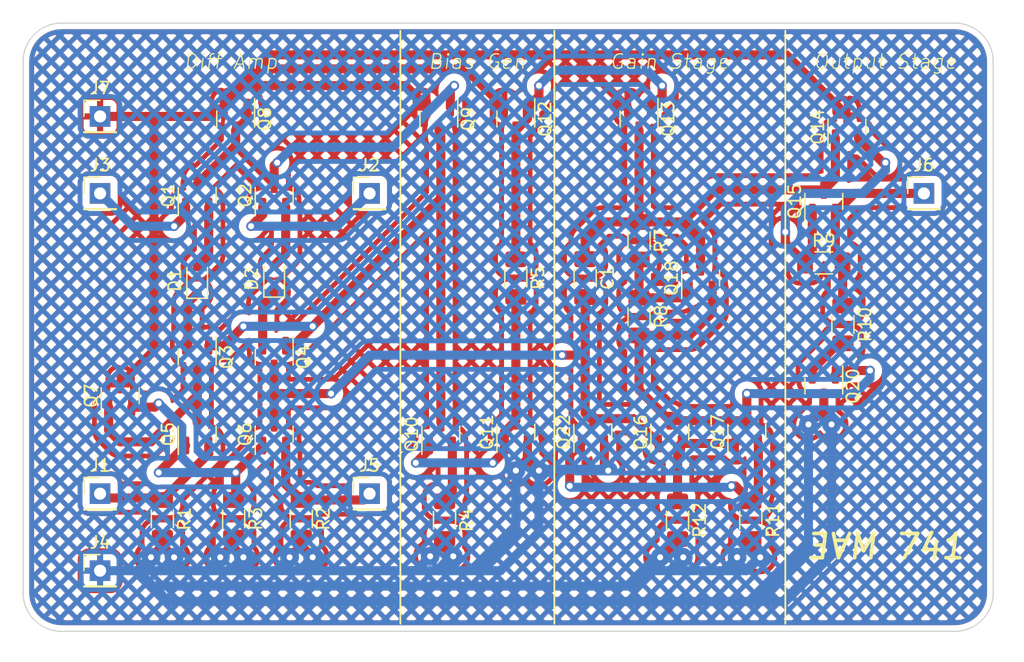
<source format=kicad_pcb>
(kicad_pcb (version 20211014) (generator pcbnew)
  (layers (0 "F.Cu" signal) (31 "B.Cu" signal) (34 "B.Paste" user) (35 "F.Paste" user) (36 "B.SilkS" user "B.Silkscreen") (37 "F.SilkS" user "F.Silkscreen") (38 "B.Mask" user) (39 "F.Mask" user) (44 "Edge.Cuts" user))
  (net 0 "")
  (net 1 "Net-(C1-Pad1)")
  (net 2 "Net-(C1-Pad2)")
  (net 3 "Net-(D1-Pad1)")
  (net 4 "Net-(D1-Pad2)")
  (net 5 "Net-(D2-Pad1)")
  (net 6 "Net-(D2-Pad2)")
  (net 7 "Net-(J1-Pad1)")
  (net 8 "vout")
  (net 9 "vin_sine")
  (net 10 "VEE")
  (net 11 "Net-(J5-Pad1)")
  (net 12 "VCC")
  (net 13 "Net-(Q1-Pad3)")
  (net 14 "Net-(Q10-Pad3)")
  (net 15 "Net-(Q3-Pad3)")
  (net 16 "Net-(Q5-Pad1)")
  (net 17 "Net-(Q10-Pad1)")
  (net 18 "Net-(Q10-Pad2)")
  (net 19 "Net-(Q12-Pad1)")
  (net 20 "Net-(Q14-Pad2)")
  (net 21 "Net-(Q16-Pad2)")
  (net 22 "Net-(Q16-Pad3)")
  (net 23 "Net-(Q17-Pad2)")
  (net 24 "Net-(Q18-Pad1)")
  (net 25 "Net-(Q20-Pad2)")
  (footprint "Capacitor_SMD:C_1206_3216Metric_Pad1.33x1.80mm_HandSolder" (layer "F.Cu") (at 84.455 59.1325 -90)
    (fp_text reference "C1" (at 0 -1.85 90) (layer "F.SilkS"))
    (fp_text value "33p")
    (pad "1" smd roundrect (at -1.5625 0 270) (size 1.325 1.8) (layers "F.Cu" "F.Paste" "F.Mask") (roundrect_rratio 0.188679) (net 1 "Net-(C1-Pad1)"))
    (pad "2" smd roundrect (at 1.5625 0 270) (size 1.325 1.8) (layers "F.Cu" "F.Paste" "F.Mask") (roundrect_rratio 0.188679) (net 2 "Net-(C1-Pad2)"))
  )
  (footprint "Connector_PinHeader_2.54mm:PinHeader_1x01_P2.54mm_Vertical" (layer "F.Cu") (at 44.45 45.7975)
    (fp_text reference "J7" (at 0 -2.33) (layer "F.SilkS"))
    (fp_text value "Vcc+")
    (pad "1" thru_hole rect locked (at 0 0) (size 1.7 1.7) (drill 1) (layers *.Cu *.Mask) (net 12 "VCC"))
  )
  (footprint "Diode_SMD:D_SOD-323F" (layer "F.Cu") (at 58.8075 59.1975 90)
    (fp_text reference "D2" (at 0 -1.85 90) (layer "F.SilkS"))
    (fp_text value "BAT54J")
    (pad "1" smd rect locked (at -1.1 0 90) (size 0.5 0.5) (layers "F.Cu" "F.Paste" "F.Mask") (net 5 "Net-(D2-Pad1)"))
    (pad "2" smd rect locked (at 1.1 0 90) (size 0.5 0.5) (layers "F.Cu" "F.Paste" "F.Mask") (net 6 "Net-(D2-Pad2)"))
  )
  (footprint "Package_TO_SOT_SMD:SOT-23" (layer "F.Cu") (at 97.79 71.8325 90)
    (fp_text reference "Q17" (at 0 -2.4 90) (layer "F.SilkS"))
    (fp_text value "MMBT3904")
    (pad "1" smd roundrect (at -0.9375 -0.95 90) (size 1.475 0.6) (layers "F.Cu" "F.Paste" "F.Mask") (net 21 "Net-(Q16-Pad2)"))
    (pad "2" smd roundrect (at -0.9375 0.95 90) (size 1.475 0.6) (layers "F.Cu" "F.Paste" "F.Mask") (net 23 "Net-(Q17-Pad2)"))
    (pad "3" smd roundrect (at 0.9375 0 90) (size 1.475 0.6) (layers "F.Cu" "F.Paste" "F.Mask") (net 22 "Net-(Q16-Pad3)"))
  )
  (footprint "Package_TO_SOT_SMD:SOT-23" (layer "F.Cu") (at 85.09 71.8325 90)
    (fp_text reference "Q22" (at 0 -2.4 90) (layer "F.SilkS"))
    (fp_text value "MMBT3904")
    (pad "1" smd roundrect (at -0.9375 -0.95 90) (size 1.475 0.6) (layers "F.Cu" "F.Paste" "F.Mask") (net 23 "Net-(Q17-Pad2)"))
    (pad "2" smd roundrect (at -0.9375 0.95 90) (size 1.475 0.6) (layers "F.Cu" "F.Paste" "F.Mask") (net 10 "VEE"))
    (pad "3" smd roundrect (at 0.9375 0 90) (size 1.475 0.6) (layers "F.Cu" "F.Paste" "F.Mask") (net 2 "Net-(C1-Pad2)"))
  )
  (footprint "Package_TO_SOT_SMD:SOT-23" (layer "F.Cu") (at 78.74 71.8325 90)
    (fp_text reference "Q11" (at 0 -2.4 90) (layer "F.SilkS"))
    (fp_text value "MMBT3904")
    (pad "1" smd roundrect (at -0.9375 -0.95 90) (size 1.475 0.6) (layers "F.Cu" "F.Paste" "F.Mask") (net 17 "Net-(Q10-Pad1)"))
    (pad "2" smd roundrect (at -0.9375 0.95 90) (size 1.475 0.6) (layers "F.Cu" "F.Paste" "F.Mask") (net 10 "VEE"))
    (pad "3" smd roundrect (at 0.9375 0 90) (size 1.475 0.6) (layers "F.Cu" "F.Paste" "F.Mask") (net 17 "Net-(Q10-Pad1)"))
  )
  (footprint "Package_TO_SOT_SMD:SOT-23" (layer "F.Cu") (at 46.1075 68.8375 90)
    (fp_text reference "Q7" (at 0 -2.4 90) (layer "F.SilkS"))
    (fp_text value "MMBT3904")
    (pad "1" smd roundrect locked (at -0.9375 -0.95 90) (size 1.475 0.6) (layers "F.Cu" "F.Paste" "F.Mask") (net 15 "Net-(Q3-Pad3)"))
    (pad "2" smd roundrect locked (at -0.9375 0.95 90) (size 1.475 0.6) (layers "F.Cu" "F.Paste" "F.Mask") (net 16 "Net-(Q5-Pad1)"))
    (pad "3" smd roundrect locked (at 0.9375 0 90) (size 1.475 0.6) (layers "F.Cu" "F.Paste" "F.Mask") (net 12 "VCC"))
  )
  (footprint "Package_TO_SOT_SMD:SOT-23" (layer "F.Cu") (at 88.9 46.0075 -90)
    (fp_text reference "Q13" (at 0 -2.4 90) (layer "F.SilkS"))
    (fp_text value "MMBT3906")
    (pad "1" smd roundrect (at -0.9375 -0.95 270) (size 1.475 0.6) (layers "F.Cu" "F.Paste" "F.Mask") (net 19 "Net-(Q12-Pad1)"))
    (pad "2" smd roundrect (at -0.9375 0.95 270) (size 1.475 0.6) (layers "F.Cu" "F.Paste" "F.Mask") (net 12 "VCC"))
    (pad "3" smd roundrect (at 0.9375 0 270) (size 1.475 0.6) (layers "F.Cu" "F.Paste" "F.Mask") (net 1 "Net-(C1-Pad1)"))
  )
  (footprint "Package_TO_SOT_SMD:SOT-23" (layer "F.Cu") (at 52.4575 52.3125 90)
    (fp_text reference "Q1" (at 0 -2.4 90) (layer "F.SilkS"))
    (fp_text value "MMBT3904")
    (pad "1" smd roundrect locked (at -0.9375 -0.95 90) (size 1.475 0.6) (layers "F.Cu" "F.Paste" "F.Mask") (net 9 "vin_sine"))
    (pad "2" smd roundrect locked (at -0.9375 0.95 90) (size 1.475 0.6) (layers "F.Cu" "F.Paste" "F.Mask") (net 4 "Net-(D1-Pad2)"))
    (pad "3" smd roundrect locked (at 0.9375 0 90) (size 1.475 0.6) (layers "F.Cu" "F.Paste" "F.Mask") (net 13 "Net-(Q1-Pad3)"))
  )
  (footprint "Package_TO_SOT_SMD:SOT-23" (layer "F.Cu") (at 93.98 59.1325 90)
    (fp_text reference "Q18" (at 0 -2.4 90) (layer "F.SilkS"))
    (fp_text value "MMBT3904")
    (pad "1" smd roundrect (at -0.9375 -0.95 90) (size 1.475 0.6) (layers "F.Cu" "F.Paste" "F.Mask") (net 24 "Net-(Q18-Pad1)"))
    (pad "2" smd roundrect (at -0.9375 0.95 90) (size 1.475 0.6) (layers "F.Cu" "F.Paste" "F.Mask") (net 22 "Net-(Q16-Pad3)"))
    (pad "3" smd roundrect (at 0.9375 0 90) (size 1.475 0.6) (layers "F.Cu" "F.Paste" "F.Mask") (net 1 "Net-(C1-Pad1)"))
  )
  (footprint "Resistor_SMD:R_1206_3216Metric_Pad1.30x1.75mm_HandSolder" (layer "F.Cu") (at 78.74 59.1325 -90)
    (fp_text reference "R5" (at 0 -1.82 90) (layer "F.SilkS"))
    (fp_text value "39k")
    (pad "1" smd roundrect (at -1.55 0 270) (size 1.3 1.75) (layers "F.Cu" "F.Paste" "F.Mask") (roundrect_rratio 0.192308) (net 19 "Net-(Q12-Pad1)"))
    (pad "2" smd roundrect (at 1.55 0 270) (size 1.3 1.75) (layers "F.Cu" "F.Paste" "F.Mask") (roundrect_rratio 0.192308) (net 17 "Net-(Q10-Pad1)"))
  )
  (footprint "Connector_PinHeader_2.54mm:PinHeader_1x01_P2.54mm_Vertical" (layer "F.Cu") (at 66.675 52.1475)
    (fp_text reference "J2" (at 0 -2.33) (layer "F.SilkS"))
    (fp_text value "in-")
    (pad "1" thru_hole rect locked (at 0 0) (size 1.7 1.7) (drill 1) (layers *.Cu *.Mask) (net 8 "vout"))
  )
  (footprint "Connector_PinHeader_2.54mm:PinHeader_1x01_P2.54mm_Vertical" (layer "F.Cu") (at 44.45 76.9125)
    (fp_text reference "J1" (at 0 -2.33) (layer "F.SilkS"))
    (fp_text value "offset+")
    (pad "1" thru_hole rect locked (at 0 0) (size 1.7 1.7) (drill 1) (layers *.Cu *.Mask) (net 7 "Net-(J1-Pad1)"))
  )
  (footprint "Resistor_SMD:R_1206_3216Metric_Pad1.30x1.75mm_HandSolder" (layer "F.Cu") (at 88.9 56.049564 -90)
    (fp_text reference "R7" (at 0 -1.82 90) (layer "F.SilkS"))
    (fp_text value "4.7k")
    (pad "1" smd roundrect (at -1.55 0 270) (size 1.3 1.75) (layers "F.Cu" "F.Paste" "F.Mask") (roundrect_rratio 0.192308) (net 1 "Net-(C1-Pad1)"))
    (pad "2" smd roundrect (at 1.55 0 270) (size 1.3 1.75) (layers "F.Cu" "F.Paste" "F.Mask") (roundrect_rratio 0.192308) (net 24 "Net-(Q18-Pad1)"))
  )
  (footprint "Resistor_SMD:R_1206_3216Metric_Pad1.30x1.75mm_HandSolder" (layer "F.Cu") (at 88.9 62.3075 -90)
    (fp_text reference "R8" (at 0 -1.82 90) (layer "F.SilkS"))
    (fp_text value "7.5k")
    (pad "1" smd roundrect (at -1.55 0 270) (size 1.3 1.75) (layers "F.Cu" "F.Paste" "F.Mask") (roundrect_rratio 0.192308) (net 24 "Net-(Q18-Pad1)"))
    (pad "2" smd roundrect (at 1.55 0 270) (size 1.3 1.75) (layers "F.Cu" "F.Paste" "F.Mask") (roundrect_rratio 0.192308) (net 22 "Net-(Q16-Pad3)"))
  )
  (footprint "Resistor_SMD:R_1206_3216Metric_Pad1.30x1.75mm_HandSolder" (layer "F.Cu") (at 105.715 62.9575 -90)
    (fp_text reference "R10" (at 0 -1.82 90) (layer "F.SilkS"))
    (fp_text value "51")
    (pad "1" smd roundrect (at -1.55 0 270) (size 1.3 1.75) (layers "F.Cu" "F.Paste" "F.Mask") (roundrect_rratio 0.192308) (net 8 "vout"))
    (pad "2" smd roundrect (at 1.55 0 270) (size 1.3 1.75) (layers "F.Cu" "F.Paste" "F.Mask") (roundrect_rratio 0.192308) (net 25 "Net-(Q20-Pad2)"))
  )
  (footprint "Resistor_SMD:R_1206_3216Metric_Pad1.30x1.75mm_HandSolder" (layer "F.Cu") (at 49.5875 78.9825 -90)
    (fp_text reference "R1" (at 0 -1.82 90) (layer "F.SilkS"))
    (fp_text value "1k")
    (pad "1" smd roundrect locked (at -1.55 0 270) (size 1.3 1.75) (layers "F.Cu" "F.Paste" "F.Mask") (roundrect_rratio 0.192308) (net 7 "Net-(J1-Pad1)"))
    (pad "2" smd roundrect locked (at 1.55 0 270) (size 1.3 1.75) (layers "F.Cu" "F.Paste" "F.Mask") (roundrect_rratio 0.192308) (net 10 "VEE"))
  )
  (footprint "Package_TO_SOT_SMD:SOT-23" (layer "F.Cu") (at 106.045 46.6575 90)
    (fp_text reference "Q14" (at 0 -2.4 90) (layer "F.SilkS"))
    (fp_text value "MMBT3904")
    (pad "1" smd roundrect (at -0.9375 -0.95 90) (size 1.475 0.6) (layers "F.Cu" "F.Paste" "F.Mask") (net 1 "Net-(C1-Pad1)"))
    (pad "2" smd roundrect (at -0.9375 0.95 90) (size 1.475 0.6) (layers "F.Cu" "F.Paste" "F.Mask") (net 20 "Net-(Q14-Pad2)"))
    (pad "3" smd roundrect (at 0.9375 0 90) (size 1.475 0.6) (layers "F.Cu" "F.Paste" "F.Mask") (net 12 "VCC"))
  )
  (footprint "Package_TO_SOT_SMD:SOT-23" (layer "F.Cu") (at 52.4575 71.9975 90)
    (fp_text reference "Q5" (at 0 -2.4 90) (layer "F.SilkS"))
    (fp_text value "MMBT3904")
    (pad "1" smd roundrect locked (at -0.9375 -0.95 90) (size 1.475 0.6) (layers "F.Cu" "F.Paste" "F.Mask") (net 16 "Net-(Q5-Pad1)"))
    (pad "2" smd roundrect locked (at -0.9375 0.95 90) (size 1.475 0.6) (layers "F.Cu" "F.Paste" "F.Mask") (net 7 "Net-(J1-Pad1)"))
    (pad "3" smd roundrect locked (at 0.9375 0 90) (size 1.475 0.6) (layers "F.Cu" "F.Paste" "F.Mask") (net 15 "Net-(Q3-Pad3)"))
  )
  (footprint "Resistor_SMD:R_1206_3216Metric_Pad1.30x1.75mm_HandSolder" (layer "F.Cu") (at 61.0425 78.9825 -90)
    (fp_text reference "R2" (at 0 -1.82 90) (layer "F.SilkS"))
    (fp_text value "1k")
    (pad "1" smd roundrect locked (at -1.55 0 270) (size 1.3 1.75) (layers "F.Cu" "F.Paste" "F.Mask") (roundrect_rratio 0.192308) (net 11 "Net-(J5-Pad1)"))
    (pad "2" smd roundrect locked (at 1.55 0 270) (size 1.3 1.75) (layers "F.Cu" "F.Paste" "F.Mask") (roundrect_rratio 0.192308) (net 10 "VEE"))
  )
  (footprint "Package_TO_SOT_SMD:SOT-23" (layer "F.Cu") (at 58.8075 65.6475 -90)
    (fp_text reference "Q4" (at 0 -2.4 90) (layer "F.SilkS"))
    (fp_text value "MMBT3906")
    (pad "1" smd roundrect locked (at -0.9375 -0.95 270) (size 1.475 0.6) (layers "F.Cu" "F.Paste" "F.Mask") (net 14 "Net-(Q10-Pad3)"))
    (pad "2" smd roundrect locked (at -0.9375 0.95 270) (size 1.475 0.6) (layers "F.Cu" "F.Paste" "F.Mask") (net 5 "Net-(D2-Pad1)"))
    (pad "3" smd roundrect locked (at 0.9375 0 270) (size 1.475 0.6) (layers "F.Cu" "F.Paste" "F.Mask") (net 2 "Net-(C1-Pad2)"))
  )
  (footprint "Resistor_SMD:R_1206_3216Metric_Pad1.30x1.75mm_HandSolder" (layer "F.Cu") (at 92.075 79.0975 -90)
    (fp_text reference "R12" (at 0 -1.82 90) (layer "F.SilkS"))
    (fp_text value "51k")
    (pad "1" smd roundrect (at -1.55 0 270) (size 1.3 1.75) (layers "F.Cu" "F.Paste" "F.Mask") (roundrect_rratio 0.192308) (net 21 "Net-(Q16-Pad2)"))
    (pad "2" smd roundrect (at 1.55 0 270) (size 1.3 1.75) (layers "F.Cu" "F.Paste" "F.Mask") (roundrect_rratio 0.192308) (net 10 "VEE"))
  )
  (footprint "Package_TO_SOT_SMD:SOT-23" (layer "F.Cu") (at 104.14 68.0375 -90)
    (fp_text reference "Q20" (at 0 -2.4 90) (layer "F.SilkS"))
    (fp_text value "MMBT3906")
    (pad "1" smd roundrect (at -0.9375 -0.95 270) (size 1.475 0.6) (layers "F.Cu" "F.Paste" "F.Mask") (net 22 "Net-(Q16-Pad3)"))
    (pad "2" smd roundrect (at -0.9375 0.95 270) (size 1.475 0.6) (layers "F.Cu" "F.Paste" "F.Mask") (net 25 "Net-(Q20-Pad2)"))
    (pad "3" smd roundrect (at 0.9375 0 270) (size 1.475 0.6) (layers "F.Cu" "F.Paste" "F.Mask") (net 10 "VEE"))
  )
  (footprint "Package_TO_SOT_SMD:SOT-23" (layer "F.Cu") (at 72.5525 71.9975 90)
    (fp_text reference "Q10" (at 0 -2.4 90) (layer "F.SilkS"))
    (fp_text value "MMBT3904")
    (pad "1" smd roundrect (at -0.9375 -0.95 90) (size 1.475 0.6) (layers "F.Cu" "F.Paste" "F.Mask") (net 17 "Net-(Q10-Pad1)"))
    (pad "2" smd roundrect (at -0.9375 0.95 90) (size 1.475 0.6) (layers "F.Cu" "F.Paste" "F.Mask") (net 18 "Net-(Q10-Pad2)"))
    (pad "3" smd roundrect (at 0.9375 0 90) (size 1.475 0.6) (layers "F.Cu" "F.Paste" "F.Mask") (net 14 "Net-(Q10-Pad3)"))
  )
  (footprint "Package_TO_SOT_SMD:SOT-23" (layer "F.Cu") (at 104.14 52.7975 90)
    (fp_text reference "Q15" (at 0 -2.4 90) (layer "F.SilkS"))
    (fp_text value "MMBT3904")
    (pad "1" smd roundrect (at -0.9375 -0.95 90) (size 1.475 0.6) (layers "F.Cu" "F.Paste" "F.Mask") (net 20 "Net-(Q14-Pad2)"))
    (pad "2" smd roundrect (at -0.9375 0.95 90) (size 1.475 0.6) (layers "F.Cu" "F.Paste" "F.Mask") (net 8 "vout"))
    (pad "3" smd roundrect (at 0.9375 0 90) (size 1.475 0.6) (layers "F.Cu" "F.Paste" "F.Mask") (net 1 "Net-(C1-Pad1)"))
  )
  (footprint "Connector_PinHeader_2.54mm:PinHeader_1x01_P2.54mm_Vertical" (layer "F.Cu") (at 44.45 52.1475)
    (fp_text reference "J3" (at 0 -2.33) (layer "F.SilkS"))
    (fp_text value "in+")
    (pad "1" thru_hole rect locked (at 0 0) (size 1.7 1.7) (drill 1) (layers *.Cu *.Mask) (net 9 "vin_sine"))
  )
  (footprint "Diode_SMD:D_SOD-323F" (layer "F.Cu") (at 52.4575 59.2975 90)
    (fp_text reference "D1" (at 0 -1.85 90) (layer "F.SilkS"))
    (fp_text value "BAT54J")
    (pad "1" smd rect locked (at -1.1 0 90) (size 0.5 0.5) (layers "F.Cu" "F.Paste" "F.Mask") (net 3 "Net-(D1-Pad1)"))
    (pad "2" smd rect locked (at 1.1 0 90) (size 0.5 0.5) (layers "F.Cu" "F.Paste" "F.Mask") (net 4 "Net-(D1-Pad2)"))
  )
  (footprint "Connector_PinHeader_2.54mm:PinHeader_1x01_P2.54mm_Vertical" (layer "F.Cu") (at 112.395 52.1475)
    (fp_text reference "J6" (at 0 -2.33) (layer "F.SilkS"))
    (fp_text value "out")
    (pad "1" thru_hole rect (at 0 0) (size 1.7 1.7) (drill 1) (layers *.Cu *.Mask) (net 8 "vout"))
  )
  (footprint "Package_TO_SOT_SMD:SOT-23" (layer "F.Cu") (at 58.8075 71.9975 90)
    (fp_text reference "Q6" (at 0 -2.4 90) (layer "F.SilkS"))
    (fp_text value "MMBT3904")
    (pad "1" smd roundrect locked (at -0.9375 -0.95 90) (size 1.475 0.6) (layers "F.Cu" "F.Paste" "F.Mask") (net 16 "Net-(Q5-Pad1)"))
    (pad "2" smd roundrect locked (at -0.9375 0.95 90) (size 1.475 0.6) (layers "F.Cu" "F.Paste" "F.Mask") (net 11 "Net-(J5-Pad1)"))
    (pad "3" smd roundrect locked (at 0.9375 0 90) (size 1.475 0.6) (layers "F.Cu" "F.Paste" "F.Mask") (net 2 "Net-(C1-Pad2)"))
  )
  (footprint "Package_TO_SOT_SMD:SOT-23" (layer "F.Cu") (at 55.6325 46.0075 -90)
    (fp_text reference "Q8" (at 0 -2.4 90) (layer "F.SilkS"))
    (fp_text value "MMBT3906")
    (pad "1" smd roundrect locked (at -0.9375 -0.95 270) (size 1.475 0.6) (layers "F.Cu" "F.Paste" "F.Mask") (net 13 "Net-(Q1-Pad3)"))
    (pad "2" smd roundrect locked (at -0.9375 0.95 270) (size 1.475 0.6) (layers "F.Cu" "F.Paste" "F.Mask") (net 12 "VCC"))
    (pad "3" smd roundrect locked (at 0.9375 0 270) (size 1.475 0.6) (layers "F.Cu" "F.Paste" "F.Mask") (net 13 "Net-(Q1-Pad3)"))
  )
  (footprint "Package_TO_SOT_SMD:SOT-23" (layer "F.Cu") (at 52.4575 65.6475 -90)
    (fp_text reference "Q3" (at 0 -2.4 90) (layer "F.SilkS"))
    (fp_text value "MMBT3906")
    (pad "1" smd roundrect locked (at -0.9375 -0.95 270) (size 1.475 0.6) (layers "F.Cu" "F.Paste" "F.Mask") (net 14 "Net-(Q10-Pad3)"))
    (pad "2" smd roundrect locked (at -0.9375 0.95 270) (size 1.475 0.6) (layers "F.Cu" "F.Paste" "F.Mask") (net 3 "Net-(D1-Pad1)"))
    (pad "3" smd roundrect locked (at 0.9375 0 270) (size 1.475 0.6) (layers "F.Cu" "F.Paste" "F.Mask") (net 15 "Net-(Q3-Pad3)"))
  )
  (footprint "Package_TO_SOT_SMD:SOT-23" (layer "F.Cu") (at 78.74 46.0075 -90)
    (fp_text reference "Q12" (at 0 -2.4 90) (layer "F.SilkS"))
    (fp_text value "MMBT3906")
    (pad "1" smd roundrect (at -0.9375 -0.95 270) (size 1.475 0.6) (layers "F.Cu" "F.Paste" "F.Mask") (net 19 "Net-(Q12-Pad1)"))
    (pad "2" smd roundrect (at -0.9375 0.95 270) (size 1.475 0.6) (layers "F.Cu" "F.Paste" "F.Mask") (net 12 "VCC"))
    (pad "3" smd roundrect (at 0.9375 0 270) (size 1.475 0.6) (layers "F.Cu" "F.Paste" "F.Mask") (net 19 "Net-(Q12-Pad1)"))
  )
  (footprint "Resistor_SMD:R_1206_3216Metric_Pad1.30x1.75mm_HandSolder" (layer "F.Cu") (at 72.86 79.0975 -90)
    (fp_text reference "R4" (at 0 -1.82 90) (layer "F.SilkS"))
    (fp_text value "4.7k")
    (pad "1" smd roundrect (at -1.55 0 270) (size 1.3 1.75) (layers "F.Cu" "F.Paste" "F.Mask") (roundrect_rratio 0.192308) (net 18 "Net-(Q10-Pad2)"))
    (pad "2" smd roundrect (at 1.55 0 270) (size 1.3 1.75) (layers "F.Cu" "F.Paste" "F.Mask") (roundrect_rratio 0.192308) (net 10 "VEE"))
  )
  (footprint "Package_TO_SOT_SMD:SOT-23" (layer "F.Cu") (at 58.8075 52.3125 90)
    (fp_text reference "Q2" (at 0 -2.4 90) (layer "F.SilkS"))
    (fp_text value "MMBT3904")
    (pad "1" smd roundrect locked (at -0.9375 -0.95 90) (size 1.475 0.6) (layers "F.Cu" "F.Paste" "F.Mask") (net 8 "vout"))
    (pad "2" smd roundrect locked (at -0.9375 0.95 90) (size 1.475 0.6) (layers "F.Cu" "F.Paste" "F.Mask") (net 6 "Net-(D2-Pad2)"))
    (pad "3" smd roundrect locked (at 0.9375 0 90) (size 1.475 0.6) (layers "F.Cu" "F.Paste" "F.Mask") (net 13 "Net-(Q1-Pad3)"))
  )
  (footprint "Package_TO_SOT_SMD:SOT-23" (layer "F.Cu") (at 72.39 46.0075 -90)
    (fp_text reference "Q9" (at 0 -2.4 90) (layer "F.SilkS"))
    (fp_text value "MMBT3906")
    (pad "1" smd roundrect (at -0.9375 -0.95 270) (size 1.475 0.6) (layers "F.Cu" "F.Paste" "F.Mask") (net 13 "Net-(Q1-Pad3)"))
    (pad "2" smd roundrect (at -0.9375 0.95 270) (size 1.475 0.6) (layers "F.Cu" "F.Paste" "F.Mask") (net 12 "VCC"))
    (pad "3" smd roundrect (at 0.9375 0 270) (size 1.475 0.6) (layers "F.Cu" "F.Paste" "F.Mask") (net 14 "Net-(Q10-Pad3)"))
  )
  (footprint "Connector_PinHeader_2.54mm:PinHeader_1x01_P2.54mm_Vertical" (layer "F.Cu") (at 44.45 83.2625)
    (fp_text reference "J4" (at 0 -2.33) (layer "F.SilkS"))
    (fp_text value "Vcc-")
    (pad "1" thru_hole rect locked (at 0 0) (size 1.7 1.7) (drill 1) (layers *.Cu *.Mask) (net 10 "VEE"))
  )
  (footprint "Resistor_SMD:R_1206_3216Metric_Pad1.30x1.75mm_HandSolder" (layer "F.Cu") (at 98.12 79.0975 -90)
    (fp_text reference "R11" (at 0 -1.82 90) (layer "F.SilkS"))
    (fp_text value "51")
    (pad "1" smd roundrect (at -1.55 0 270) (size 1.3 1.75) (layers "F.Cu" "F.Paste" "F.Mask") (roundrect_rratio 0.192308) (net 23 "Net-(Q17-Pad2)"))
    (pad "2" smd roundrect (at 1.55 0 270) (size 1.3 1.75) (layers "F.Cu" "F.Paste" "F.Mask") (roundrect_rratio 0.192308) (net 10 "VEE"))
  )
  (footprint "Resistor_SMD:R_1206_3216Metric_Pad1.30x1.75mm_HandSolder" (layer "F.Cu") (at 104.14 57.8775)
    (fp_text reference "R9" (at 0 -1.82) (layer "F.SilkS"))
    (fp_text value "24")
    (pad "1" smd roundrect (at -1.55 0) (size 1.3 1.75) (layers "F.Cu" "F.Paste" "F.Mask") (roundrect_rratio 0.192308) (net 20 "Net-(Q14-Pad2)"))
    (pad "2" smd roundrect (at 1.55 0) (size 1.3 1.75) (layers "F.Cu" "F.Paste" "F.Mask") (roundrect_rratio 0.192308) (net 8 "vout"))
  )
  (footprint "Connector_PinHeader_2.54mm:PinHeader_1x01_P2.54mm_Vertical" (layer "F.Cu") (at 66.675 76.9125)
    (fp_text reference "J5" (at 0 -2.33) (layer "F.SilkS"))
    (fp_text value "offset-")
    (pad "1" thru_hole rect locked (at 0 0) (size 1.7 1.7) (drill 1) (layers *.Cu *.Mask) (net 11 "Net-(J5-Pad1)"))
  )
  (footprint "Resistor_SMD:R_1206_3216Metric_Pad1.30x1.75mm_HandSolder" (layer "F.Cu") (at 55.4675 78.9825 -90)
    (fp_text reference "R3" (at 0 -1.82 90) (layer "F.SilkS"))
    (fp_text value "51k")
    (pad "1" smd roundrect locked (at -1.55 0 270) (size 1.3 1.75) (layers "F.Cu" "F.Paste" "F.Mask") (roundrect_rratio 0.192308) (net 16 "Net-(Q5-Pad1)"))
    (pad "2" smd roundrect locked (at 1.55 0 270) (size 1.3 1.75) (layers "F.Cu" "F.Paste" "F.Mask") (roundrect_rratio 0.192308) (net 10 "VEE"))
  )
  (footprint "Package_TO_SOT_SMD:SOT-23" (layer "F.Cu") (at 91.44 71.8325 90)
    (fp_text reference "Q16" (at 0 -2.4 90) (layer "F.SilkS"))
    (fp_text value "MMBT3904")
    (pad "1" smd roundrect (at -0.9375 -0.95 90) (size 1.475 0.6) (layers "F.Cu" "F.Paste" "F.Mask") (net 2 "Net-(C1-Pad2)"))
    (pad "2" smd roundrect (at -0.9375 0.95 90) (size 1.475 0.6) (layers "F.Cu" "F.Paste" "F.Mask") (net 21 "Net-(Q16-Pad2)"))
    (pad "3" smd roundrect (at 0.9375 0 90) (size 1.475 0.6) (layers "F.Cu" "F.Paste" "F.Mask") (net 22 "Net-(Q16-Pad3)"))
  )
  (gr_line (start 100.965 87.63) (end 100.965 38.735) (layer "F.SilkS") (width 0.15))
  (gr_line (start 69.215 87.63) (end 69.215 38.735) (layer "F.SilkS") (width 0.15))
  (gr_line (start 81.915 87.63) (end 81.915 38.735) (layer "F.SilkS") (width 0.15))
  (gr_arc (start 114.935 38.1) (mid 117.180064 39.029936) (end 118.11 41.275) (layer "Edge.Cuts") (width 0.1))
  (gr_line locked (start 41.275 38.1) (end 114.935 38.1) (layer "Edge.Cuts") (width 0.1))
  (gr_arc locked (start 38.1 41.275) (mid 39.029936 39.029936) (end 41.275 38.1) (layer "Edge.Cuts") (width 0.1))
  (gr_arc (start 118.11 85.09) (mid 117.180064 87.335064) (end 114.935 88.265) (layer "Edge.Cuts") (width 0.1))
  (gr_line locked (start 38.1 85.09) (end 38.1 41.275) (layer "Edge.Cuts") (width 0.1))
  (gr_line locked (start 114.935 88.265) (end 41.275 88.265) (layer "Edge.Cuts") (width 0.1))
  (gr_line (start 118.11 41.275) (end 118.11 85.09) (layer "Edge.Cuts") (width 0.1))
  (gr_arc locked (start 41.275 88.265) (mid 39.029936 87.335064) (end 38.1 85.09) (layer "Edge.Cuts") (width 0.1))
  (gr_text "∃∀M 741" (at 109.22 81.28) (layer "F.SilkS") (effects (font (size 2 2) (thickness 0.3) italic)))
  (gr_text "Output Stage" (at 109.22 41.275) (layer "F.SilkS") (effects (font (size 1.2 1.2) (thickness 0.1) italic)))
  (gr_text "Gain Stage" (at 91.44 41.275) (layer "F.SilkS") (effects (font (size 1.2 1.2) (thickness 0.1) italic)))
  (gr_text "Diff Amp" (at 55.245 41.275) (layer "F.SilkS") (effects (font (size 1.2 1.2) (thickness 0.1) italic)))
  (gr_text "Bias Gen" (at 75.565 41.275) (layer "F.SilkS") (effects (font (size 1.2 1.2) (thickness 0.1) italic)))
  (segment (start 105.095 47.595) (end 105.095 50.905) (width 0.75) (layer "F.Cu") (net 1))
  (segment (start 84.455 55.9575) (end 84.455 57.57) (width 0.75) (layer "F.Cu") (net 1))
  (segment (start 88.9 46.945) (end 88.9 54.499564) (width 0.75) (layer "F.Cu") (net 1))
  (segment (start 93.98 55.9575) (end 92.522064 54.499564) (width 0.75) (layer "F.Cu") (net 1))
  (segment (start 92.522064 54.499564) (end 95.161628 51.86) (width 0.75) (layer "F.Cu") (net 1))
  (segment (start 93.98 58.195) (end 93.98 55.9575) (width 0.75) (layer "F.Cu") (net 1))
  (segment (start 88.9 54.499564) (end 85.912936 54.499564) (width 0.75) (layer "F.Cu") (net 1))
  (segment (start 95.161628 51.86) (end 104.14 51.86) (width 0.75) (layer "F.Cu") (net 1))
  (segment (start 92.522064 54.499564) (end 88.9 54.499564) (width 0.75) (layer "F.Cu") (net 1))
  (segment (start 85.912936 54.499564) (end 84.455 55.9575) (width 0.75) (layer "F.Cu") (net 1))
  (segment (start 105.095 50.905) (end 104.14 51.86) (width 0.75) (layer "F.Cu") (net 1))
  (segment (start 63.5 68.6575) (end 59.055 68.6575) (width 0.75) (layer "F.Cu") (net 2))
  (segment (start 84.455 65.4825) (end 84.455 70.26) (width 0.75) (layer "F.Cu") (net 2))
  (segment (start 58.8075 68.905) (end 58.8075 71.06) (width 0.75) (layer "F.Cu") (net 2))
  (segment (start 82.55 65.4825) (end 84.455 65.4825) (width 0.75) (layer "F.Cu") (net 2))
  (segment (start 84.455 60.695) (end 84.455 65.4825) (width 0.75) (layer "F.Cu") (net 2))
  (segment (start 84.92375 70.72875) (end 88.44875 70.72875) (width 0.75) (layer "F.Cu") (net 2))
  (segment (start 84.455 70.26) (end 84.92375 70.72875) (width 0.75) (layer "F.Cu") (net 2))
  (segment (start 58.8075 66.585) (end 58.8075 68.905) (width 0.75) (layer "F.Cu") (net 2))
  (segment (start 84.92375 70.72875) (end 85.09 70.895) (width 0.75) (layer "F.Cu") (net 2))
  (segment (start 88.44875 70.72875) (end 90.49 72.77) (width 0.75) (layer "F.Cu") (net 2))
  (segment (start 59.055 68.6575) (end 58.8075 68.905) (width 0.75) (layer "F.Cu") (net 2))
  (via (at 63.5 68.6575) (size 0.8) (drill 0.5) (layers "F.Cu" "B.Cu") (net 2))
  (via (at 82.55 65.4825) (size 0.8) (drill 0.5) (layers "F.Cu" "B.Cu") (net 2))
  (segment (start 66.675 65.4825) (end 63.5 68.6575) (width 0.75) (layer "B.Cu") (net 2))
  (segment (start 82.55 65.4825) (end 66.675 65.4825) (width 0.75) (layer "B.Cu") (net 2))
  (segment locked (start 52.4575 60.3975) (end 51.69151 61.16349) (width 0.75) (layer "F.Cu") (net 3))
  (segment locked (start 51.69151 61.16349) (end 51.69151 65.0225) (width 0.75) (layer "F.Cu") (net 3))
  (segment locked (start 53.4075 53.25) (end 53.4075 57.2475) (width 0.75) (layer "F.Cu") (net 4))
  (segment locked (start 53.4075 57.2475) (end 52.4575 58.1975) (width 0.75) (layer "F.Cu") (net 4))
  (segment locked (start 57.8575 61.2475) (end 58.8075 60.2975) (width 0.75) (layer "F.Cu") (net 5))
  (segment locked (start 57.8575 64.71) (end 57.8575 61.2475) (width 0.75) (layer "F.Cu") (net 5))
  (segment locked (start 59.7575 53.25) (end 59.7575 57.1475) (width 0.75) (layer "F.Cu") (net 6))
  (segment locked (start 59.7575 57.1475) (end 58.8075 58.0975) (width 0.75) (layer "F.Cu") (net 6))
  (segment locked (start 44.805 77.2675) (end 44.45 76.9125) (width 0.75) (layer "F.Cu") (net 7))
  (segment locked (start 44.805 77.2675) (end 49.4225 77.2675) (width 0.75) (layer "F.Cu") (net 7))
  (segment locked (start 53.4075 72.935) (end 53.4075 73.6125) (width 0.75) (layer "F.Cu") (net 7))
  (segment locked (start 53.4075 73.6125) (end 49.5875 77.4325) (width 0.75) (layer "F.Cu") (net 7))
  (segment locked (start 49.4225 77.2675) (end 49.5875 77.4325) (width 0.75) (layer "F.Cu") (net 7))
  (segment (start 105.09 57.2775) (end 105.69 57.8775) (width 0.75) (layer "F.Cu") (net 8))
  (segment (start 105.09 53.735) (end 105.09 57.2775) (width 0.75) (layer "F.Cu") (net 8))
  (segment (start 112.395 52.1475) (end 106.6775 52.1475) (width 0.75) (layer "F.Cu") (net 8))
  (segment (start 105.69 61.3825) (end 105.715 61.4075) (width 0.75) (layer "F.Cu") (net 8))
  (segment (start 106.6775 52.1475) (end 105.09 53.735) (width 0.75) (layer "F.Cu") (net 8))
  (segment locked (start 57.8575 53.25) (end 57.8575 53.8975) (width 0.75) (layer "F.Cu") (net 8))
  (segment (start 105.69 57.8775) (end 105.69 61.3825) (width 0.75) (layer "F.Cu") (net 8))
  (segment locked (start 57.8575 53.8975) (end 56.9025 54.8525) (width 0.75) (layer "F.Cu") (net 8))
  (via locked (at 56.9025 54.8525) (size 0.8) (drill 0.5) (layers "F.Cu" "B.Cu") (net 8))
  (segment locked (start 56.9025 54.8525) (end 63.97 54.8525) (width 0.75) (layer "B.Cu") (net 8))
  (segment locked (start 63.97 54.8525) (end 66.675 52.1475) (width 0.75) (layer "B.Cu") (net 8))
  (segment locked (start 51.5075 53.8975) (end 50.5525 54.8525) (width 0.75) (layer "F.Cu") (net 9))
  (segment locked (start 51.5075 53.25) (end 51.5075 53.8975) (width 0.75) (layer "F.Cu") (net 9))
  (via locked (at 50.5525 54.8525) (size 0.8) (drill 0.5) (layers "F.Cu" "B.Cu") (net 9))
  (segment locked (start 47.155 54.8525) (end 44.45 52.1475) (width 0.75) (layer "B.Cu") (net 9))
  (segment locked (start 50.5525 54.8525) (end 47.155 54.8525) (width 0.75) (layer "B.Cu") (net 9))
  (segment (start 73.5775 82.075) (end 72.6375 81.135) (width 0.75) (layer "F.Cu") (net 10))
  (segment (start 79.69 72.77) (end 79.69 74.0575) (width 0.75) (layer "F.Cu") (net 10))
  (segment locked (start 50.5525 82.1575) (end 49.6125 81.2175) (width 0.75) (layer "F.Cu") (net 10))
  (segment (start 79.695 74.0575) (end 79.69 74.0575) (width 0.75) (layer "F.Cu") (net 10))
  (segment locked (start 61.0425 81.1925) (end 60.0775 82.1575) (width 0.75) (layer "F.Cu") (net 10))
  (segment (start 104.14 68.975) (end 104.14 69.9275) (width 0.75) (layer "F.Cu") (net 10))
  (segment (start 104.14 70.5625) (end 104.14 69.9275) (width 0.75) (layer "F.Cu") (net 10))
  (segment locked (start 61.9825 82.1575) (end 61.0425 81.2175) (width 0.75) (layer "F.Cu") (net 10))
  (segment locked (start 61.0425 81.2175) (end 61.0425 81.1925) (width 0.75) (layer "F.Cu") (net 10))
  (segment (start 104.14 69.9275) (end 102.87 71.1975) (width 0.75) (layer "F.Cu") (net 10))
  (segment locked (start 55.4675 81.3575) (end 55.4675 81.0525) (width 0.75) (layer "F.Cu") (net 10))
  (segment (start 86.04 72.77) (end 86.04 74.6875) (width 0.75) (layer "F.Cu") (net 10))
  (segment locked (start 55.4675 81.0525) (end 54.3625 82.1575) (width 0.75) (layer "F.Cu") (net 10))
  (segment (start 72.6375 81.11) (end 71.6725 82.075) (width 0.75) (layer "F.Cu") (net 10))
  (segment (start 97.955 81.1925) (end 96.99 82.1575) (width 0.75) (layer "F.Cu") (net 10))
  (segment (start 104.775 71.1975) (end 104.14 70.5625) (width 0.75) (layer "F.Cu") (net 10))
  (segment (start 91.605 81.1925) (end 90.64 82.1575) (width 0.75) (layer "F.Cu") (net 10))
  (segment locked (start 49.5875 81.2175) (end 48.6475 82.1575) (width 0.75) (layer "F.Cu") (net 10))
  (segment (start 80.645 75.0075) (end 79.695 74.0575) (width 0.75) (layer "F.Cu") (net 10))
  (segment locked (start 61.0425 80.5325) (end 61.0425 81.1925) (width 0.75) (layer "F.Cu") (net 10))
  (segment (start 98.895 82.1575) (end 97.955 81.2175) (width 0.75) (layer "F.Cu") (net 10))
  (segment locked (start 55.4675 80.5325) (end 55.4675 81.0525) (width 0.75) (layer "F.Cu") (net 10))
  (segment (start 86.04 74.6875) (end 86.36 75.0075) (width 0.75) (layer "F.Cu") (net 10))
  (segment locked (start 49.6125 81.2175) (end 49.5875 81.2175) (width 0.75) (layer "F.Cu") (net 10))
  (segment (start 79.69 74.0575) (end 78.74 75.0075) (width 0.75) (layer "F.Cu") (net 10))
  (segment locked (start 49.5875 80.5325) (end 49.5875 81.2175) (width 0.75) (layer "F.Cu") (net 10))
  (segment (start 92.545 82.1575) (end 91.605 81.2175) (width 0.75) (layer "F.Cu") (net 10))
  (segment locked (start 56.2675 82.1575) (end 55.4675 81.3575) (width 0.75) (layer "F.Cu") (net 10))
  (via (at 102.87 71.1975) (size 0.8) (drill 0.5) (layers "F.Cu" "B.Cu") (net 10))
  (via locked (at 50.5525 82.1575) (size 0.8) (drill 0.5) (layers "F.Cu" "B.Cu") (net 10))
  (via locked (at 60.0775 82.1575) (size 0.8) (drill 0.5) (layers "F.Cu" "B.Cu") (net 10))
  (via locked (at 54.3625 82.1575) (size 0.8) (drill 0.5) (layers "F.Cu" "B.Cu") (net 10))
  (via (at 73.5775 82.075) (size 0.8) (drill 0.5) (layers "F.Cu" "B.Cu") (net 10))
  (via (at 86.36 75.0075) (size 0.8) (drill 0.5) (layers "F.Cu" "B.Cu") (net 10))
  (via (at 80.645 75.0075) (size 0.8) (drill 0.5) (layers "F.Cu" "B.Cu") (net 10))
  (via (at 98.895 82.1575) (size 0.8) (drill 0.5) (layers "F.Cu" "B.Cu") (net 10))
  (via (at 78.74 75.0075) (size 0.8) (drill 0.5) (layers "F.Cu" "B.Cu") (net 10))
  (via (at 71.6725 82.075) (size 0.8) (drill 0.5) (layers "F.Cu" "B.Cu") (net 10))
  (via locked (at 61.9825 82.1575) (size 0.8) (drill 0.5) (layers "F.Cu" "B.Cu") (net 10))
  (via (at 92.545 82.1575) (size 0.8) (drill 0.5) (layers "F.Cu" "B.Cu") (net 10))
  (via (at 96.99 82.1575) (size 0.8) (drill 0.5) (layers "F.Cu" "B.Cu") (net 10))
  (via (at 104.775 71.1975) (size 0.8) (drill 0.5) (layers "F.Cu" "B.Cu") (net 10))
  (via (at 90.64 82.1575) (size 0.8) (drill 0.5) (layers "F.Cu" "B.Cu") (net 10))
  (via locked (at 56.2675 82.1575) (size 0.8) (drill 0.5) (layers "F.Cu" "B.Cu") (net 10))
  (via locked (at 48.6475 82.1575) (size 0.8) (drill 0.5) (layers "F.Cu" "B.Cu") (net 10))
  (segment locked (start 60.8775 83.2625) (end 61.9825 82.1575) (width 0.75) (layer "B.Cu") (net 10))
  (segment (start 91.44 83.2625) (end 95.885 83.2625) (width 0.75) (layer "B.Cu") (net 10))
  (segment (start 60.325 83.2625) (end 60.8775 83.2625) (width 0.75) (layer "B.Cu") (net 10))
  (segment (start 77.47 83.2625) (end 76.2 83.2625) (width 0.75) (layer "B.Cu") (net 10))
  (segment locked (start 47.5425 83.2625) (end 49.4475 83.2625) (width 0.75) (layer "B.Cu") (net 10))
  (segment (start 98.425 85.8025) (end 50.0825 85.8025) (width 0.75) (layer "B.Cu") (net 10))
  (segment locked (start 55.1625 83.2625) (end 56.2675 82.1575) (width 0.75) (layer "B.Cu") (net 10))
  (segment (start 76.2 83.2625) (end 75.565 83.2625) (width 0.75) (layer "B.Cu") (net 10))
  (segment (start 100.965 85.8025) (end 104.775 81.9925) (width 0.75) (layer "B.Cu") (net 10))
  (segment (start 80.645 80.0875) (end 77.47 83.2625) (width 0.75) (layer "B.Cu") (net 10))
  (segment locked (start 55.1625 83.2625) (end 58.9725 83.2625) (width 0.75) (layer "B.Cu") (net 10))
  (segment (start 89.535 83.2625) (end 90.64 82.1575) (width 0.75) (layer "B.Cu") (net 10))
  (segment (start 66.04 83.2625) (end 60.325 83.2625) (width 0.75) (layer "B.Cu") (net 10))
  (segment (start 95.885 83.2625) (end 96.99 82.1575) (width 0.75) (layer "B.Cu") (net 10))
  (segment (start 97.2375 83.2625) (end 97.79 83.2625) (width 0.75) (layer "B.Cu") (net 10))
  (segment (start 70.485 83.2625) (end 69.215 83.2625) (width 0.75) (layer "B.Cu") (net 10))
  (segment (start 48.8125 84.5325) (end 47.5425 83.2625) (width 0.75) (layer "B.Cu") (net 10))
  (segment locked (start 49.4475 83.2625) (end 53.2575 83.2625) (width 0.75) (layer "B.Cu") (net 10))
  (segment (start 58.9725 83.2625) (end 60.325 83.2625) (width 0.75) (layer "B.Cu") (net 10))
  (segment (start 71.6725 82.075) (end 70.485 83.2625) (width 0.75) (layer "B.Cu") (net 10))
  (segment locked (start 49.4475 83.2625) (end 50.5525 82.1575) (width 0.75) (layer "B.Cu") (net 10))
  (segment (start 72.39 83.2625) (end 75.565 83.2625) (width 0.75) (layer "B.Cu") (net 10))
  (segment (start 102.87 81.3575) (end 100.965 83.2625) (width 0.75) (layer "B.Cu") (net 10))
  (segment (start 73.5775 82.075) (end 72.39 83.2625) (width 0.75) (layer "B.Cu") (net 10))
  (segment (start 80.75 74.9025) (end 80.645 75.0075) (width 0.75) (layer "B.Cu") (net 10))
  (segment (start 86.36 75.0075) (end 86.255 74.9025) (width 0.75) (layer "B.Cu") (net 10))
  (segment (start 97.79 83.2625) (end 98.895 82.1575) (width 0.75) (layer "B.Cu") (net 10))
  (segment (start 86.255 74.9025) (end 80.75 74.9025) (width 0.75) (layer "B.Cu") (net 10))
  (segment locked (start 47.5425 83.2625) (end 48.6475 82.1575) (width 0.75) (layer "B.Cu") (net 10))
  (segment (start 98.425 85.8025) (end 100.965 83.2625) (width 0.75) (layer "B.Cu") (net 10))
  (segment (start 89.535 83.2625) (end 91.44 83.2625) (width 0.75) (layer "B.Cu") (net 10))
  (segment (start 69.215 83.2625) (end 66.04 83.2625) (width 0.75) (layer "B.Cu") (net 10))
  (segment (start 102.87 71.1975) (end 102.87 81.3575) (width 0.75) (layer "B.Cu") (net 10))
  (segment (start 80.645 75.0075) (end 80.645 80.0875) (width 0.75) (layer "B.Cu") (net 10))
  (segment (start 98.425 85.8025) (end 100.965 85.8025) (width 0.75) (layer "B.Cu") (net 10))
  (segment locked (start 53.2575 83.2625) (end 54.3625 82.1575) (width 0.75) (layer "B.Cu") (net 10))
  (segment locked (start 58.9725 83.2625) (end 60.0775 82.1575) (width 0.75) (layer "B.Cu") (net 10))
  (segment (start 88.265 84.5325) (end 48.8125 84.5325) (width 0.75) (layer "B.Cu") (net 10))
  (segment (start 50.0825 85.8025) (end 48.8125 84.5325) (width 0.75) (layer "B.Cu") (net 10))
  (segment (start 72.39 83.2625) (end 69.215 83.2625) (width 0.75) (layer "B.Cu") (net 10))
  (segment (start 89.535 83.2625) (end 88.265 84.5325) (width 0.75) (layer "B.Cu") (net 10))
  (segment (start 75.565 83.2625) (end 78.74 80.0875) (width 0.75) (layer "B.Cu") (net 10))
  (segment locked (start 53.2575 83.2625) (end 55.1625 83.2625) (width 0.75) (layer "B.Cu") (net 10))
  (segment (start 91.44 83.2625) (end 92.545 82.1575) (width 0.75) (layer "B.Cu") (net 10))
  (segment (start 104.775 81.9925) (end 104.775 71.1975) (width 0.75) (layer "B.Cu") (net 10))
  (segment (start 95.885 83.2625) (end 97.2375 83.2625) (width 0.75) (layer "B.Cu") (net 10))
  (segment locked (start 44.45 83.2625) (end 47.5425 83.2625) (width 0.75) (layer "B.Cu") (net 10))
  (segment (start 78.74 80.0875) (end 78.74 75.0075) (width 0.75) (layer "B.Cu") (net 10))
  (segment locked (start 59.7575 72.935) (end 59.7575 76.1475) (width 0.75) (layer "F.Cu") (net 11))
  (segment locked (start 66.155 77.4325) (end 66.675 76.9125) (width 0.75) (layer "F.Cu") (net 11))
  (segment locked (start 59.7575 76.1475) (end 61.0425 77.4325) (width 0.75) (layer "F.Cu") (net 11))
  (segment locked (start 61.0425 77.4325) (end 66.155 77.4325) (width 0.75) (layer "F.Cu") (net 11))
  (segment (start 54.6825 44.64151) (end 56.06651 43.2575) (width 0.75) (layer "F.Cu") (net 12))
  (segment locked (start 48.895 65.1125) (end 48.895 45.7975) (width 0.75) (layer "F.Cu") (net 12))
  (segment locked (start 53.955 45.7975) (end 54.6825 45.07) (width 0.75) (layer "F.Cu") (net 12))
  (segment (start 57.44151 41.8825) (end 56.06651 43.2575) (width 0.75) (layer "F.Cu") (net 12))
  (segment (start 57.44151 41.8825) (end 58.60651 40.7175) (width 0.75) (layer "F.Cu") (net 12))
  (segment (start 83.5975 40.7175) (end 87.95 45.07) (width 0.75) (layer "F.Cu") (net 12))
  (segment (start 106.045 45.72) (end 101.0425 40.7175) (width 0.75) (layer "F.Cu") (net 12))
  (segment (start 56.06651 43.2575) (end 69.6275 43.2575) (width 0.75) (layer "F.Cu") (net 12))
  (segment (start 69.6275 43.2575) (end 71.44 45.07) (width 0.75) (layer "F.Cu") (net 12))
  (segment locked (start 46.1075 67.9) (end 48.895 65.1125) (width 0.75) (layer "F.Cu") (net 12))
  (segment (start 58.60651 40.7175) (end 78.105 40.7175) (width 0.75) (layer "F.Cu") (net 12))
  (segment (start 78.105 40.7175) (end 83.5975 40.7175) (width 0.75) (layer "F.Cu") (net 12))
  (segment (start 77.79 45.07) (end 74.6025 41.8825) (width 0.75) (layer "F.Cu") (net 12))
  (segment locked (start 44.45 45.7975) (end 48.895 45.7975) (width 0.75) (layer "F.Cu") (net 12))
  (segment locked (start 48.895 45.7975) (end 53.955 45.7975) (width 0.75) (layer "F.Cu") (net 12))
  (segment (start 54.6825 45.07) (end 54.6825 44.64151) (width 0.75) (layer "F.Cu") (net 12))
  (segment (start 101.0425 40.7175) (end 78.105 40.7175) (width 0.75) (layer "F.Cu") (net 12))
  (segment (start 74.6025 41.8825) (end 57.44151 41.8825) (width 0.75) (layer "F.Cu") (net 12))
  (segment (start 58.8075 51.375) (end 58.8075 49.855) (width 0.75) (layer "F.Cu") (net 13))
  (segment (start 73.34 43.5775) (end 73.66 43.2575) (width 0.75) (layer "F.Cu") (net 13))
  (segment locked (start 56.5825 45.995) (end 55.6325 46.945) (width 0.75) (layer "F.Cu") (net 13))
  (segment locked (start 58.8075 51.375) (end 55.6325 48.2) (width 0.75) (layer "F.Cu") (net 13))
  (segment (start 73.34 45.07) (end 73.34 43.5775) (width 0.75) (layer "F.Cu") (net 13))
  (segment locked (start 56.5825 45.07) (end 56.5825 45.995) (width 0.75) (layer "F.Cu") (net 13))
  (segment locked (start 55.6325 48.2) (end 52.4575 51.375) (width 0.75) (layer "F.Cu") (net 13))
  (segment (start 58.8075 49.855) (end 59.055 49.6075) (width 0.75) (layer "F.Cu") (net 13))
  (segment locked (start 55.6325 46.945) (end 55.6325 48.2) (width 0.75) (layer "F.Cu") (net 13))
  (via (at 73.66 43.2575) (size 0.8) (drill 0.5) (layers "F.Cu" "B.Cu") (net 13))
  (via (at 59.055 49.6075) (size 0.8) (drill 0.5) (layers "F.Cu" "B.Cu") (net 13))
  (segment (start 68.58 48.3375) (end 73.66 43.2575) (width 0.75) (layer "B.Cu") (net 13))
  (segment (start 60.325 48.3375) (end 68.58 48.3375) (width 0.75) (layer "B.Cu") (net 13))
  (segment (start 59.055 49.6075) (end 60.325 48.3375) (width 0.75) (layer "B.Cu") (net 13))
  (segment locked (start 60.38 64.71) (end 59.7575 64.71) (width 0.75) (layer "F.Cu") (net 14))
  (segment (start 72.5525 52.31) (end 72.5525 47.1075) (width 0.75) (layer "F.Cu") (net 14))
  (segment locked (start 56.2675 63.1075) (end 54.665 64.71) (width 0.75) (layer "F.Cu") (net 14))
  (segment (start 61.9825 63.1075) (end 72.5525 52.5375) (width 0.75) (layer "F.Cu") (net 14))
  (segment (start 72.5525 47.1075) (end 72.39 46.945) (width 0.75) (layer "F.Cu") (net 14))
  (segment (start 72.5525 71.06) (end 72.5525 52.945) (width 0.75) (layer "F.Cu") (net 14))
  (segment (start 72.5525 52.5375) (end 72.5525 52.31) (width 0.75) (layer "F.Cu") (net 14))
  (segment locked (start 61.9825 63.1075) (end 60.38 64.71) (width 0.75) (layer "F.Cu") (net 14))
  (segment (start 72.5525 52.945) (end 72.5525 52.31) (width 0.75) (layer "F.Cu") (net 14))
  (segment locked (start 54.665 64.71) (end 53.4075 64.71) (width 0.75) (layer "F.Cu") (net 14))
  (via locked (at 56.2675 63.1075) (size 0.8) (drill 0.5) (layers "F.Cu" "B.Cu") (net 14))
  (via locked (at 61.9825 63.1075) (size 0.8) (drill 0.5) (layers "F.Cu" "B.Cu") (net 14))
  (segment locked (start 61.9825 63.1075) (end 56.2675 63.1075) (width 0.75) (layer "B.Cu") (net 14))
  (segment locked (start 45.1575 71.6825) (end 46.1075 72.6325) (width 0.75) (layer "F.Cu") (net 15))
  (segment locked (start 46.1075 72.6325) (end 48.6475 72.6325) (width 0.75) (layer "F.Cu") (net 15))
  (segment locked (start 52.4575 68.8225) (end 52.4575 71.06) (width 0.75) (layer "F.Cu") (net 15))
  (segment locked (start 52.4575 66.585) (end 52.4575 68.8225) (width 0.75) (layer "F.Cu") (net 15))
  (segment locked (start 45.1575 69.775) (end 45.1575 71.6825) (width 0.75) (layer "F.Cu") (net 15))
  (segment locked (start 48.6475 72.6325) (end 52.4575 68.8225) (width 0.75) (layer "F.Cu") (net 15))
  (segment locked (start 55.6325 75.1725) (end 55.6325 77.2675) (width 0.75) (layer "F.Cu") (net 16))
  (segment locked (start 48.965 69.775) (end 49.2825 69.4575) (width 0.75) (layer "F.Cu") (net 16))
  (segment locked (start 55.6325 77.2675) (end 55.4675 77.4325) (width 0.75) (layer "F.Cu") (net 16))
  (segment locked (start 49.2825 75.1725) (end 49.2825 75.16) (width 0.75) (layer "F.Cu") (net 16))
  (segment locked (start 47.0575 69.775) (end 48.965 69.775) (width 0.75) (layer "F.Cu") (net 16))
  (segment locked (start 49.2825 75.16) (end 51.5075 72.935) (width 0.75) (layer "F.Cu") (net 16))
  (segment locked (start 55.6325 75.16) (end 57.8575 72.935) (width 0.75) (layer "F.Cu") (net 16))
  (segment locked (start 55.6325 75.1725) (end 55.6325 75.16) (width 0.75) (layer "F.Cu") (net 16))
  (via locked (at 49.2825 69.4575) (size 0.8) (drill 0.5) (layers "F.Cu" "B.Cu") (net 16))
  (via locked (at 49.2825 75.1725) (size 0.8) (drill 0.5) (layers "F.Cu" "B.Cu") (net 16))
  (via locked (at 55.6325 75.1725) (size 0.8) (drill 0.5) (layers "F.Cu" "B.Cu") (net 16))
  (segment locked (start 51.1875 73.9025) (end 52.4575 75.1725) (width 0.75) (layer "B.Cu") (net 16))
  (segment locked (start 51.1875 71.3625) (end 51.1875 73.9025) (width 0.75) (layer "B.Cu") (net 16))
  (segment locked (start 55.6325 75.1725) (end 52.4575 75.1725) (width 0.75) (layer "B.Cu") (net 16))
  (segment locked (start 49.2825 69.4575) (end 51.1875 71.3625) (width 0.75) (layer "B.Cu") (net 16))
  (segment locked (start 52.4575 75.1725) (end 49.2825 75.1725) (width 0.75) (layer "B.Cu") (net 16))
  (segment (start 71.6025 73.255) (end 70.485 74.3725) (width 0.75) (layer "F.Cu") (net 17))
  (segment (start 77.79 73.4175) (end 76.835 74.3725) (width 0.75) (layer "F.Cu") (net 17))
  (segment (start 78.74 70.895) (end 78.74 60.6825) (width 0.75) (layer "F.Cu") (net 17))
  (segment (start 78.74 70.895) (end 77.79 71.845) (width 0.75) (layer "F.Cu") (net 17))
  (segment (start 71.6025 72.935) (end 71.6025 73.255) (width 0.75) (layer "F.Cu") (net 17))
  (segment (start 77.79 72.77) (end 77.79 73.4175) (width 0.75) (layer "F.Cu") (net 17))
  (segment (start 77.79 71.845) (end 77.79 72.77) (width 0.75) (layer "F.Cu") (net 17))
  (via (at 76.835 74.3725) (size 0.8) (drill 0.5) (layers "F.Cu" "B.Cu") (net 17))
  (via (at 70.485 74.3725) (size 0.8) (drill 0.5) (layers "F.Cu" "B.Cu") (net 17))
  (segment (start 70.485 74.3725) (end 76.835 74.3725) (width 0.75) (layer "B.Cu") (net 17))
  (segment (start 73.5025 76.905) (end 72.86 77.5475) (width 0.75) (layer "F.Cu") (net 18))
  (segment (start 73.5025 72.935) (end 73.5025 76.905) (width 0.75) (layer "F.Cu") (net 18))
  (segment (start 80.645 44.115) (end 79.69 45.07) (width 0.75) (layer "F.Cu") (net 19))
  (segment (start 90.805 44.115) (end 89.85 45.07) (width 0.75) (layer "F.Cu") (net 19))
  (segment (start 78.74 46.945) (end 78.74 57.5825) (width 0.75) (layer "F.Cu") (net 19))
  (segment (start 79.69 45.995) (end 78.74 46.945) (width 0.75) (layer "F.Cu") (net 19))
  (segment (start 79.69 45.07) (end 79.69 45.995) (width 0.75) (layer "F.Cu") (net 19))
  (segment (start 90.805 43.2575) (end 90.805 44.115) (width 0.75) (layer "F.Cu") (net 19))
  (segment (start 80.645 43.2575) (end 80.645 44.115) (width 0.75) (layer "F.Cu") (net 19))
  (via (at 80.645 43.2575) (size 0.8) (drill 0.5) (layers "F.Cu" "B.Cu") (net 19))
  (via (at 90.805 43.2575) (size 0.8) (drill 0.5) (layers "F.Cu" "B.Cu") (net 19))
  (segment (start 89.535 41.9875) (end 90.805 43.2575) (width 0.75) (layer "B.Cu") (net 19))
  (segment (start 81.915 41.9875) (end 89.535 41.9875) (width 0.75) (layer "B.Cu") (net 19))
  (segment (start 80.645 43.2575) (end 81.915 41.9875) (width 0.75) (layer "B.Cu") (net 19))
  (segment (start 103.19 57.2775) (end 102.59 57.8775) (width 0.75) (layer "F.Cu") (net 20))
  (segment (start 103.19 53.735) (end 103.19 57.2775) (width 0.75) (layer "F.Cu") (net 20))
  (segment (start 100.965 56.2525) (end 102.59 57.8775) (width 0.75) (layer "F.Cu") (net 20))
  (segment (start 109.0075 49.6075) (end 106.995 47.595) (width 0.75) (layer "F.Cu") (net 20))
  (segment (start 100.965 55.3225) (end 100.965 56.2525) (width 0.75) (layer "F.Cu") (net 20))
  (segment (start 109.22 49.6075) (end 109.0075 49.6075) (width 0.75) (layer "F.Cu") (net 20))
  (via (at 100.965 55.3225) (size 0.8) (drill 0.5) (layers "F.Cu" "B.Cu") (net 20))
  (via (at 109.22 49.6075) (size 0.8) (drill 0.5) (layers "F.Cu" "B.Cu") (net 20))
  (segment (start 100.965 53.4175) (end 102.235 52.1475) (width 0.75) (layer "B.Cu") (net 20))
  (segment (start 109.22 50.2425) (end 109.22 49.6075) (width 0.75) (layer "B.Cu") (net 20))
  (segment (start 102.235 52.1475) (end 107.315 52.1475) (width 0.75) (layer "B.Cu") (net 20))
  (segment (start 100.965 55.3225) (end 100.965 53.4175) (width 0.75) (layer "B.Cu") (net 20))
  (segment (start 107.315 52.1475) (end 109.22 50.2425) (width 0.75) (layer "B.Cu") (net 20))
  (segment (start 92.39 72.77) (end 96.84 72.77) (width 0.75) (layer "F.Cu") (net 21))
  (segment (start 92.075 77.5475) (end 92.075 73.085) (width 0.75) (layer "F.Cu") (net 21))
  (segment (start 92.075 73.085) (end 92.39 72.77) (width 0.75) (layer "F.Cu") (net 21))
  (segment (start 91.44 70.895) (end 97.79 70.895) (width 0.75) (layer "F.Cu") (net 22))
  (segment (start 107.95 66.7525) (end 105.4375 66.7525) (width 0.75) (layer "F.Cu") (net 22))
  (segment (start 93.065 63.8575) (end 94.93 61.9925) (width 0.75) (layer "F.Cu") (net 22))
  (segment (start 105.4375 66.7525) (end 105.09 67.1) (width 0.75) (layer "F.Cu") (net 22))
  (segment (start 94.93 61.9925) (end 94.93 60.07) (width 0.75) (layer "F.Cu") (net 22))
  (segment (start 88.9 63.8575) (end 88.9 68.355) (width 0.75) (layer "F.Cu") (net 22))
  (segment (start 88.9 68.355) (end 91.44 70.895) (width 0.75) (layer "F.Cu") (net 22))
  (segment (start 88.9 63.8575) (end 93.065 63.8575) (width 0.75) (layer "F.Cu") (net 22))
  (segment (start 97.79 70.895) (end 97.79 68.6575) (width 0.75) (layer "F.Cu") (net 22))
  (via (at 97.79 68.6575) (size 0.8) (drill 0.5) (layers "F.Cu" "B.Cu") (net 22))
  (via (at 107.95 66.7525) (size 0.8) (drill 0.5) (layers "F.Cu" "B.Cu") (net 22))
  (segment (start 107.95 67.3875) (end 106.68 68.6575) (width 0.75) (layer "B.Cu") (net 22))
  (segment (start 107.95 66.7525) (end 107.95 67.3875) (width 0.75) (layer "B.Cu") (net 22))
  (segment (start 106.68 68.6575) (end 97.79 68.6575) (width 0.75) (layer "B.Cu") (net 22))
  (segment (start 83.185 73.725) (end 84.14 72.77) (width 0.75) (layer "F.Cu") (net 23))
  (segment (start 98.74 72.77) (end 98.74 76.9275) (width 0.75) (layer "F.Cu") (net 23))
  (segment (start 83.185 76.2775) (end 83.185 73.725) (width 0.75) (layer "F.Cu") (net 23))
  (segment (start 96.52 76.2775) (end 96.85 76.2775) (width 0.75) (layer "F.Cu") (net 23))
  (segment (start 98.74 76.9275) (end 98.12 77.5475) (width 0.75) (layer "F.Cu") (net 23))
  (segment (start 96.85 76.2775) (end 98.12 77.5475) (width 0.75) (layer "F.Cu") (net 23))
  (via (at 96.52 76.2775) (size 0.8) (drill 0.5) (layers "F.Cu" "B.Cu") (net 23))
  (via (at 83.185 76.2775) (size 0.8) (drill 0.5) (layers "F.Cu" "B.Cu") (net 23))
  (segment (start 83.185 76.2775) (end 83.29 76.3825) (width 0.75) (layer "B.Cu") (net 23))
  (segment (start 96.415 76.3825) (end 96.52 76.2775) (width 0.75) (layer "B.Cu") (net 23))
  (segment (start 83.29 76.3825) (end 96.415 76.3825) (width 0.75) (layer "B.Cu") (net 23))
  (segment (start 92.3425 60.7575) (end 93.03 60.07) (width 0.75) (layer "F.Cu") (net 24))
  (segment (start 88.9 60.7575) (end 92.3425 60.7575) (width 0.75) (layer "F.Cu") (net 24))
  (segment (start 88.735 57.764564) (end 88.9 57.599564) (width 0.75) (layer "F.Cu") (net 24))
  (segment (start 88.9 60.7575) (end 88.9 57.599564) (width 0.75) (layer "F.Cu") (net 24))
  (segment (start 105.35401 64.5075) (end 103.19 66.67151) (width 0.75) (layer "F.Cu") (net 25))
  (segment (start 103.19 66.67151) (end 103.19 67.1) (width 0.75) (layer "F.Cu") (net 25))
  (segment (start 105.715 64.5075) (end 105.35401 64.5075) (width 0.75) (layer "F.Cu") (net 25))
  (zone (net 12) (net_name "VCC") (layer "F.Cu") (connect_pads (clearance 0.508)) (min_thickness 0.254) (fill yes (mode hatch) (thermal_gap 0.508) (thermal_bridge_width 0.508) (island_removal_mode 2) (island_area_min 10) (hatch_thickness 0.4) (hatch_gap 0.6) (hatch_orientation 45) (hatch_border_algorithm hatch_thickness) (hatch_min_hole_area 0.3))
    (polygon (pts (xy 120.65 90.805) (xy 36.195 90.805) (xy 36.195 36.195) (xy 120.65 36.195)))
  )
  (zone (net 10) (net_name "VEE") (layer "B.Cu") (connect_pads (clearance 0.508)) (min_thickness 0.254) (fill yes (mode hatch) (thermal_gap 0.508) (thermal_bridge_width 0.508) (island_removal_mode 2) (island_area_min 10) (hatch_thickness 0.4) (hatch_gap 0.6) (hatch_orientation 45) (hatch_border_algorithm hatch_thickness) (hatch_min_hole_area 0.3))
    (polygon (pts (xy 120.65 90.805) (xy 36.195 90.805) (xy 36.195 36.195) (xy 120.65 36.195)))
  )
)
</source>
